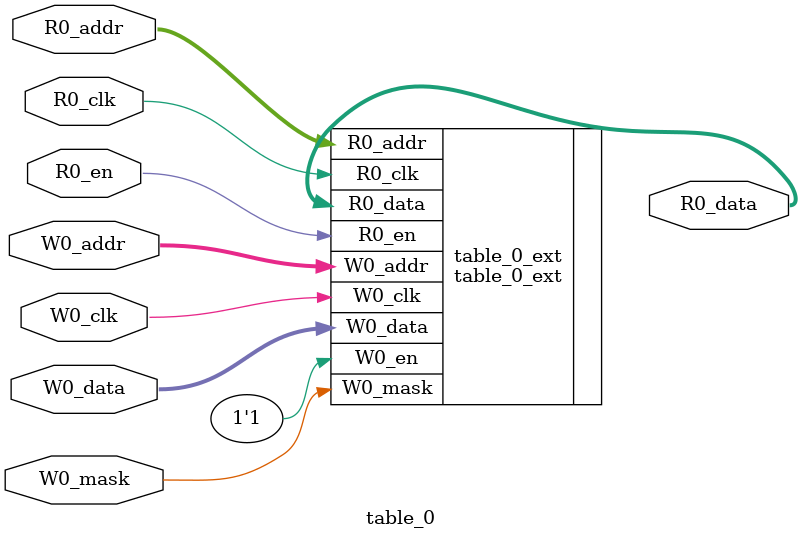
<source format=sv>
`ifndef RANDOMIZE
  `ifdef RANDOMIZE_REG_INIT
    `define RANDOMIZE
  `endif // RANDOMIZE_REG_INIT
`endif // not def RANDOMIZE
`ifndef RANDOMIZE
  `ifdef RANDOMIZE_MEM_INIT
    `define RANDOMIZE
  `endif // RANDOMIZE_MEM_INIT
`endif // not def RANDOMIZE

`ifndef RANDOM
  `define RANDOM $random
`endif // not def RANDOM

// Users can define 'PRINTF_COND' to add an extra gate to prints.
`ifndef PRINTF_COND_
  `ifdef PRINTF_COND
    `define PRINTF_COND_ (`PRINTF_COND)
  `else  // PRINTF_COND
    `define PRINTF_COND_ 1
  `endif // PRINTF_COND
`endif // not def PRINTF_COND_

// Users can define INIT_RANDOM as general code that gets injected into the
// initializer block for modules with registers.
`ifndef INIT_RANDOM
  `define INIT_RANDOM
`endif // not def INIT_RANDOM

// If using random initialization, you can also define RANDOMIZE_DELAY to
// customize the delay used, otherwise 0.002 is used.
`ifndef RANDOMIZE_DELAY
  `define RANDOMIZE_DELAY 0.002
`endif // not def RANDOMIZE_DELAY

// Define INIT_RANDOM_PROLOG_ for use in our modules below.
`ifndef INIT_RANDOM_PROLOG_
  `ifdef RANDOMIZE
    `ifdef VERILATOR
      `define INIT_RANDOM_PROLOG_ `INIT_RANDOM
    `else  // VERILATOR
      `define INIT_RANDOM_PROLOG_ `INIT_RANDOM #`RANDOMIZE_DELAY begin end
    `endif // VERILATOR
  `else  // RANDOMIZE
    `define INIT_RANDOM_PROLOG_
  `endif // RANDOMIZE
`endif // not def INIT_RANDOM_PROLOG_

// Include register initializers in init blocks unless synthesis is set
`ifndef SYNTHESIS
  `ifndef ENABLE_INITIAL_REG_
    `define ENABLE_INITIAL_REG_
  `endif // not def ENABLE_INITIAL_REG_
`endif // not def SYNTHESIS

// Include rmemory initializers in init blocks unless synthesis is set
`ifndef SYNTHESIS
  `ifndef ENABLE_INITIAL_MEM_
    `define ENABLE_INITIAL_MEM_
  `endif // not def ENABLE_INITIAL_MEM_
`endif // not def SYNTHESIS

module table_0(
  input  [6:0]  R0_addr,
  input         R0_en,
                R0_clk,
  input  [6:0]  W0_addr,
  input         W0_clk,
  input  [10:0] W0_data,
  input         W0_mask,
  output [10:0] R0_data
);

  table_0_ext table_0_ext (
    .R0_addr (R0_addr),
    .R0_en   (R0_en),
    .R0_clk  (R0_clk),
    .W0_addr (W0_addr),
    .W0_en   (1'h1),
    .W0_clk  (W0_clk),
    .W0_data (W0_data),
    .W0_mask (W0_mask),
    .R0_data (R0_data)
  );
endmodule


</source>
